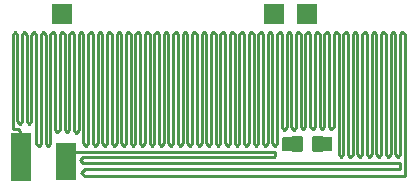
<source format=gbr>
%TF.GenerationSoftware,KiCad,Pcbnew,7.0.7*%
%TF.CreationDate,2024-04-09T13:36:58-07:00*%
%TF.ProjectId,Side B,53696465-2042-42e6-9b69-6361645f7063,rev?*%
%TF.SameCoordinates,Original*%
%TF.FileFunction,Copper,L1,Top*%
%TF.FilePolarity,Positive*%
%FSLAX46Y46*%
G04 Gerber Fmt 4.6, Leading zero omitted, Abs format (unit mm)*
G04 Created by KiCad (PCBNEW 7.0.7) date 2024-04-09 13:36:58*
%MOMM*%
%LPD*%
G01*
G04 APERTURE LIST*
G04 Aperture macros list*
%AMRoundRect*
0 Rectangle with rounded corners*
0 $1 Rounding radius*
0 $2 $3 $4 $5 $6 $7 $8 $9 X,Y pos of 4 corners*
0 Add a 4 corners polygon primitive as box body*
4,1,4,$2,$3,$4,$5,$6,$7,$8,$9,$2,$3,0*
0 Add four circle primitives for the rounded corners*
1,1,$1+$1,$2,$3*
1,1,$1+$1,$4,$5*
1,1,$1+$1,$6,$7*
1,1,$1+$1,$8,$9*
0 Add four rect primitives between the rounded corners*
20,1,$1+$1,$2,$3,$4,$5,0*
20,1,$1+$1,$4,$5,$6,$7,0*
20,1,$1+$1,$6,$7,$8,$9,0*
20,1,$1+$1,$8,$9,$2,$3,0*%
G04 Aperture macros list end*
%TA.AperFunction,SMDPad,CuDef*%
%ADD10RoundRect,0.250000X-0.262500X-0.450000X0.262500X-0.450000X0.262500X0.450000X-0.262500X0.450000X0*%
%TD*%
%TA.AperFunction,ComponentPad*%
%ADD11R,1.700000X1.700000*%
%TD*%
%TA.AperFunction,Conductor*%
%ADD12C,0.250000*%
%TD*%
G04 APERTURE END LIST*
D10*
%TO.P,R1,1*%
%TO.N,C1*%
X165650000Y-104650000D03*
%TO.P,R1,2*%
%TO.N,C2*%
X167475000Y-104650000D03*
%TD*%
D11*
%TO.P,J1,1,Pin_1*%
%TO.N,unconnected-(J1-Pin_1-Pad1)*%
X145800000Y-93650000D03*
%TD*%
%TO.P,J2,1,Pin_1*%
%TO.N,unconnected-(J2-Pin_1-Pad1)*%
X163700000Y-93650000D03*
%TD*%
%TO.P,J3,1,Pin_1*%
%TO.N,unconnected-(J3-Pin_1-Pad1)*%
X166500000Y-93650000D03*
%TD*%
D12*
%TO.N,12V*%
X143200000Y-102750000D02*
X143200000Y-95450000D01*
X142800000Y-95400000D02*
X142800000Y-102750000D01*
X143000000Y-102950000D02*
X143200000Y-102750000D01*
X142600000Y-95200000D02*
X142800000Y-95400000D01*
X142400000Y-95400000D02*
X142600000Y-95200000D01*
X142800000Y-102750000D02*
X143000000Y-102950000D01*
X142400000Y-102750000D02*
X142400000Y-95450000D01*
X142200000Y-102950000D02*
X142400000Y-102750000D01*
X142000000Y-95400000D02*
X142000000Y-102750000D01*
X141800000Y-95200000D02*
X142000000Y-95400000D01*
X141600000Y-103400000D02*
X141600000Y-95400000D01*
X142050000Y-103400000D02*
X141600000Y-103400000D01*
X142200000Y-103550000D02*
X142050000Y-103400000D01*
X141600000Y-95400000D02*
X141800000Y-95200000D01*
X142200000Y-104000000D02*
X142200000Y-103550000D01*
X142000000Y-102750000D02*
X142200000Y-102950000D01*
X163850000Y-105300000D02*
X146700000Y-105300000D01*
X163850000Y-105650000D02*
X163850000Y-105300000D01*
X147600000Y-105750000D02*
X163750000Y-105750000D01*
X147350000Y-106000000D02*
X147600000Y-105750000D01*
X147600000Y-106250000D02*
X147350000Y-106000000D01*
X174400000Y-106800000D02*
X174400000Y-106250000D01*
X147700000Y-106800000D02*
X174400000Y-106800000D01*
X174400000Y-106250000D02*
X147600000Y-106250000D01*
X147400000Y-107100000D02*
X147700000Y-106800000D01*
X147700000Y-107400000D02*
X147400000Y-107100000D01*
X174800000Y-107400000D02*
X147700000Y-107400000D01*
X174800000Y-95350000D02*
X174800000Y-107400000D01*
X174600000Y-95150000D02*
X174800000Y-95350000D01*
X174400000Y-95350000D02*
X174600000Y-95150000D01*
X174400000Y-105550000D02*
X174400000Y-95350000D01*
X174200000Y-105750000D02*
X174400000Y-105550000D01*
X174000000Y-105550000D02*
X174200000Y-105750000D01*
X163750000Y-105750000D02*
X163850000Y-105650000D01*
X174000000Y-95350000D02*
X174000000Y-105550000D01*
X173600000Y-105550000D02*
X173600000Y-95350000D01*
X173600000Y-95350000D02*
X173800000Y-95150000D01*
X173200000Y-105550000D02*
X173400000Y-105750000D01*
X173800000Y-95150000D02*
X174000000Y-95350000D01*
X173200000Y-95350000D02*
X173200000Y-105550000D01*
X173000000Y-95150000D02*
X173200000Y-95350000D01*
X172800000Y-95350000D02*
X173000000Y-95150000D01*
X173400000Y-105750000D02*
X173600000Y-105550000D01*
X147200000Y-103500000D02*
X147200000Y-95400000D01*
X147000000Y-103700000D02*
X147200000Y-103500000D01*
X146800000Y-95350000D02*
X146800000Y-103500000D01*
X146800000Y-103500000D02*
X147000000Y-103700000D01*
X146600000Y-95150000D02*
X146800000Y-95350000D01*
X146400000Y-95350000D02*
X146600000Y-95150000D01*
X145600000Y-103450000D02*
X145600000Y-95400000D01*
X145200000Y-95350000D02*
X145200000Y-103450000D01*
X145200000Y-103450000D02*
X145400000Y-103650000D01*
X145400000Y-103650000D02*
X145600000Y-103450000D01*
X145000000Y-95150000D02*
X145200000Y-95350000D01*
X144800000Y-95350000D02*
X145000000Y-95150000D01*
X146200000Y-103650000D02*
X146400000Y-103450000D01*
X146400000Y-103450000D02*
X146400000Y-95400000D01*
X146000000Y-95350000D02*
X146000000Y-103450000D01*
X145600000Y-95350000D02*
X145800000Y-95150000D01*
X145800000Y-95150000D02*
X146000000Y-95350000D01*
X146000000Y-103450000D02*
X146200000Y-103650000D01*
X160400000Y-95350000D02*
X160400000Y-104600000D01*
X148800000Y-95350000D02*
X149000000Y-95150000D01*
X165600000Y-103250000D02*
X165600000Y-95400000D01*
X151600000Y-95350000D02*
X151600000Y-104600000D01*
X151400000Y-95150000D02*
X151600000Y-95350000D01*
X172000000Y-105550000D02*
X172000000Y-95400000D01*
X148600000Y-104800000D02*
X148800000Y-104600000D01*
X162800000Y-95350000D02*
X162800000Y-104600000D01*
X164000000Y-104600000D02*
X164000000Y-95400000D01*
X172200000Y-95150000D02*
X172400000Y-95350000D01*
X153600000Y-104600000D02*
X153600000Y-95400000D01*
X169800000Y-95150000D02*
X170000000Y-95350000D01*
X162000000Y-104600000D02*
X162200000Y-104800000D01*
X162400000Y-95350000D02*
X162600000Y-95150000D01*
X156200000Y-95150000D02*
X156400000Y-95350000D01*
X161000000Y-95150000D02*
X161200000Y-95350000D01*
X165200000Y-95350000D02*
X165200000Y-103250000D01*
X147200000Y-95350000D02*
X147400000Y-95150000D01*
X171200000Y-105550000D02*
X171200000Y-95400000D01*
X155600000Y-95350000D02*
X155600000Y-104600000D01*
X152000000Y-104600000D02*
X152000000Y-95400000D01*
X166000000Y-103200000D02*
X166200000Y-103400000D01*
X165200000Y-103250000D02*
X165400000Y-103450000D01*
X154000000Y-104600000D02*
X154200000Y-104800000D01*
X169200000Y-105550000D02*
X169400000Y-105750000D01*
X155000000Y-104800000D02*
X155200000Y-104600000D01*
X155200000Y-95350000D02*
X155400000Y-95150000D01*
X163600000Y-95350000D02*
X163600000Y-104600000D01*
X170600000Y-95150000D02*
X170800000Y-95350000D01*
X168400000Y-103200000D02*
X168600000Y-103400000D01*
X168400000Y-95350000D02*
X168400000Y-103200000D01*
X152000000Y-95350000D02*
X152200000Y-95150000D01*
X156000000Y-104600000D02*
X156000000Y-95400000D01*
X160800000Y-95350000D02*
X161000000Y-95150000D01*
X154400000Y-95350000D02*
X154600000Y-95150000D01*
X161600000Y-95350000D02*
X161800000Y-95150000D01*
X152400000Y-95350000D02*
X152400000Y-104600000D01*
X169200000Y-95350000D02*
X169200000Y-105550000D01*
X159200000Y-95350000D02*
X159400000Y-95150000D01*
X151200000Y-95350000D02*
X151400000Y-95150000D01*
X143600000Y-95400000D02*
X143600000Y-104650000D01*
X157600000Y-95350000D02*
X157800000Y-95150000D01*
X144000000Y-95400000D02*
X144200000Y-95200000D01*
X155600000Y-104600000D02*
X155800000Y-104800000D01*
X168800000Y-103200000D02*
X168800000Y-95400000D01*
X163000000Y-104800000D02*
X163200000Y-104600000D01*
X143400000Y-95200000D02*
X143600000Y-95400000D01*
X150800000Y-95350000D02*
X150800000Y-104600000D01*
X153200000Y-104600000D02*
X153400000Y-104800000D01*
X160200000Y-95150000D02*
X160400000Y-95350000D01*
X148400000Y-104600000D02*
X148600000Y-104800000D01*
X166400000Y-103200000D02*
X166400000Y-95400000D01*
X161600000Y-104600000D02*
X161600000Y-95400000D01*
X163400000Y-95150000D02*
X163600000Y-95350000D01*
X165000000Y-95150000D02*
X165200000Y-95350000D01*
X168000000Y-95350000D02*
X168200000Y-95150000D01*
X171600000Y-95350000D02*
X171600000Y-105550000D01*
X152200000Y-95150000D02*
X152400000Y-95350000D01*
X159600000Y-95350000D02*
X159600000Y-104600000D01*
X163200000Y-95350000D02*
X163400000Y-95150000D01*
X157200000Y-104600000D02*
X157400000Y-104800000D01*
X165800000Y-95150000D02*
X166000000Y-95350000D01*
X160600000Y-104800000D02*
X160800000Y-104600000D01*
X158200000Y-104800000D02*
X158400000Y-104600000D01*
X166600000Y-95150000D02*
X166800000Y-95350000D01*
X164200000Y-95150000D02*
X164400000Y-95350000D01*
X159800000Y-104800000D02*
X160000000Y-104600000D01*
X171600000Y-105550000D02*
X171800000Y-105750000D01*
X155200000Y-104600000D02*
X155200000Y-95400000D01*
X169600000Y-95350000D02*
X169800000Y-95150000D01*
X148400000Y-95350000D02*
X148400000Y-104600000D01*
X154800000Y-104600000D02*
X155000000Y-104800000D01*
X158600000Y-95150000D02*
X158800000Y-95350000D01*
X157200000Y-95350000D02*
X157200000Y-104600000D01*
X143200000Y-95400000D02*
X143400000Y-95200000D01*
X160000000Y-104600000D02*
X160000000Y-95400000D01*
X162800000Y-104600000D02*
X163000000Y-104800000D01*
X172000000Y-95350000D02*
X172200000Y-95150000D01*
X158800000Y-95350000D02*
X158800000Y-104600000D01*
X143800000Y-104850000D02*
X144000000Y-104650000D01*
X161400000Y-104800000D02*
X161600000Y-104600000D01*
X154400000Y-104600000D02*
X154400000Y-95400000D01*
X163200000Y-104600000D02*
X163200000Y-95400000D01*
X172400000Y-95350000D02*
X172400000Y-105550000D01*
X149000000Y-95150000D02*
X149200000Y-95350000D01*
X157600000Y-104600000D02*
X157600000Y-95400000D01*
X149800000Y-95150000D02*
X150000000Y-95350000D01*
X164400000Y-103250000D02*
X164600000Y-103450000D01*
X170000000Y-95350000D02*
X170000000Y-105600000D01*
X157000000Y-95150000D02*
X157200000Y-95350000D01*
X161200000Y-104600000D02*
X161400000Y-104800000D01*
X168200000Y-95150000D02*
X168400000Y-95350000D01*
X154600000Y-95150000D02*
X154800000Y-95350000D01*
X163600000Y-104600000D02*
X163800000Y-104800000D01*
X164800000Y-103250000D02*
X164800000Y-95400000D01*
X159600000Y-104600000D02*
X159800000Y-104800000D01*
X156600000Y-104800000D02*
X156800000Y-104600000D01*
X170800000Y-95350000D02*
X170800000Y-105550000D01*
X168600000Y-103400000D02*
X168800000Y-103200000D01*
X150800000Y-104600000D02*
X151000000Y-104800000D01*
X156800000Y-104600000D02*
X156800000Y-95400000D01*
X151800000Y-104800000D02*
X152000000Y-104600000D01*
X166000000Y-95350000D02*
X166000000Y-103200000D01*
X163800000Y-104800000D02*
X164000000Y-104600000D01*
X152800000Y-104600000D02*
X152800000Y-95400000D01*
X168800000Y-95350000D02*
X169000000Y-95150000D01*
X167400000Y-95150000D02*
X167600000Y-95350000D01*
X159200000Y-104600000D02*
X159200000Y-95400000D01*
X153000000Y-95150000D02*
X153200000Y-95350000D01*
X162600000Y-95150000D02*
X162800000Y-95350000D01*
X167200000Y-103200000D02*
X167200000Y-95400000D01*
X143600000Y-104650000D02*
X143800000Y-104850000D01*
X144400000Y-104650000D02*
X144600000Y-104850000D01*
X158000000Y-95350000D02*
X158000000Y-104600000D01*
X149200000Y-104600000D02*
X149400000Y-104800000D01*
X161800000Y-95150000D02*
X162000000Y-95350000D01*
X167200000Y-95350000D02*
X167400000Y-95150000D01*
X154800000Y-95350000D02*
X154800000Y-104600000D01*
X150000000Y-95350000D02*
X150000000Y-104600000D01*
X147400000Y-95150000D02*
X147600000Y-95350000D01*
X150400000Y-104600000D02*
X150400000Y-95400000D01*
X147600000Y-104600000D02*
X147800000Y-104800000D01*
X151000000Y-104800000D02*
X151200000Y-104600000D01*
X149400000Y-104800000D02*
X149600000Y-104600000D01*
X170000000Y-105600000D02*
X170200000Y-105800000D01*
X165600000Y-95350000D02*
X165800000Y-95150000D01*
X168000000Y-103200000D02*
X168000000Y-95400000D01*
X149600000Y-95350000D02*
X149800000Y-95150000D01*
X167600000Y-103200000D02*
X167800000Y-103400000D01*
X156400000Y-104600000D02*
X156600000Y-104800000D01*
X158400000Y-104600000D02*
X158400000Y-95400000D01*
X162200000Y-104800000D02*
X162400000Y-104600000D01*
X161200000Y-95350000D02*
X161200000Y-104600000D01*
X153400000Y-104800000D02*
X153600000Y-104600000D01*
X149600000Y-104600000D02*
X149600000Y-95400000D01*
X151600000Y-104600000D02*
X151800000Y-104800000D01*
X144800000Y-104600000D02*
X144800000Y-95400000D01*
X170400000Y-105600000D02*
X170400000Y-95400000D01*
X167600000Y-95350000D02*
X167600000Y-103200000D01*
X152600000Y-104800000D02*
X152800000Y-104600000D01*
X166800000Y-95350000D02*
X166800000Y-103200000D01*
X151200000Y-104600000D02*
X151200000Y-95400000D01*
X169400000Y-105750000D02*
X169600000Y-105550000D01*
X153800000Y-95150000D02*
X154000000Y-95350000D01*
X165400000Y-103450000D02*
X165600000Y-103250000D01*
X155800000Y-104800000D02*
X156000000Y-104600000D01*
X166200000Y-103400000D02*
X166400000Y-103200000D01*
X160400000Y-104600000D02*
X160600000Y-104800000D01*
X166400000Y-95350000D02*
X166600000Y-95150000D01*
X154200000Y-104800000D02*
X154400000Y-104600000D01*
X148800000Y-104600000D02*
X148800000Y-95400000D01*
X171800000Y-105750000D02*
X172000000Y-105550000D01*
X170400000Y-95350000D02*
X170600000Y-95150000D01*
X157800000Y-95150000D02*
X158000000Y-95350000D01*
X150200000Y-104800000D02*
X150400000Y-104600000D01*
X160000000Y-95350000D02*
X160200000Y-95150000D01*
X144000000Y-104650000D02*
X144000000Y-95450000D01*
X170200000Y-105800000D02*
X170400000Y-105600000D01*
X153200000Y-95350000D02*
X153200000Y-104600000D01*
X152400000Y-104600000D02*
X152600000Y-104800000D01*
X169000000Y-95150000D02*
X169200000Y-95350000D01*
X159000000Y-104800000D02*
X159200000Y-104600000D01*
X144400000Y-95400000D02*
X144400000Y-104650000D01*
X162000000Y-95350000D02*
X162000000Y-104600000D01*
X149200000Y-95350000D02*
X149200000Y-104600000D01*
X158000000Y-104600000D02*
X158200000Y-104800000D01*
X144600000Y-104850000D02*
X144800000Y-104650000D01*
X144200000Y-95200000D02*
X144400000Y-95400000D01*
X170800000Y-105550000D02*
X171000000Y-105750000D01*
X172600000Y-105750000D02*
X172800000Y-105550000D01*
X148200000Y-95150000D02*
X148400000Y-95350000D01*
X169600000Y-105550000D02*
X169600000Y-95400000D01*
X157400000Y-104800000D02*
X157600000Y-104600000D01*
X154000000Y-95350000D02*
X154000000Y-104600000D01*
X171000000Y-105750000D02*
X171200000Y-105550000D01*
X171400000Y-95150000D02*
X171600000Y-95350000D01*
X153600000Y-95350000D02*
X153800000Y-95150000D01*
X172800000Y-105550000D02*
X172800000Y-95400000D01*
X148000000Y-104600000D02*
X148000000Y-95400000D01*
X147800000Y-104800000D02*
X148000000Y-104600000D01*
X156000000Y-95350000D02*
X156200000Y-95150000D01*
X162400000Y-104600000D02*
X162400000Y-95400000D01*
X156800000Y-95350000D02*
X157000000Y-95150000D01*
X164800000Y-95350000D02*
X165000000Y-95150000D01*
X159400000Y-95150000D02*
X159600000Y-95350000D01*
X167000000Y-103400000D02*
X167200000Y-103200000D01*
X160800000Y-104600000D02*
X160800000Y-95400000D01*
X152800000Y-95350000D02*
X153000000Y-95150000D01*
X164000000Y-95350000D02*
X164200000Y-95150000D01*
X158400000Y-95350000D02*
X158600000Y-95150000D01*
X164400000Y-95350000D02*
X164400000Y-103250000D01*
X166800000Y-103200000D02*
X167000000Y-103400000D01*
X155400000Y-95150000D02*
X155600000Y-95350000D01*
X156400000Y-95350000D02*
X156400000Y-104600000D01*
X172400000Y-105550000D02*
X172600000Y-105750000D01*
X171200000Y-95350000D02*
X171400000Y-95150000D01*
X167800000Y-103400000D02*
X168000000Y-103200000D01*
X150600000Y-95150000D02*
X150800000Y-95350000D01*
X150000000Y-104600000D02*
X150200000Y-104800000D01*
X158800000Y-104600000D02*
X159000000Y-104800000D01*
X150400000Y-95350000D02*
X150600000Y-95150000D01*
X148000000Y-95350000D02*
X148200000Y-95150000D01*
X147600000Y-95350000D02*
X147600000Y-104600000D01*
X164600000Y-103450000D02*
X164800000Y-103250000D01*
%TD*%
%TA.AperFunction,Conductor*%
%TO.N,C1*%
G36*
X165445899Y-104104101D02*
G01*
X165450000Y-104114000D01*
X165450000Y-105236000D01*
X165445899Y-105245899D01*
X165436000Y-105250000D01*
X164464000Y-105250000D01*
X164454101Y-105245899D01*
X164450000Y-105236000D01*
X164450000Y-104114000D01*
X164454101Y-104104101D01*
X164464000Y-104100000D01*
X165436000Y-104100000D01*
X165445899Y-104104101D01*
G37*
%TD.AperFunction*%
%TD*%
%TA.AperFunction,Conductor*%
%TO.N,12V*%
G36*
X143145899Y-103704101D02*
G01*
X143150000Y-103714000D01*
X143150000Y-107785500D01*
X143145899Y-107795399D01*
X143136000Y-107799500D01*
X141514000Y-107799500D01*
X141504101Y-107795399D01*
X141500000Y-107785500D01*
X141500000Y-103714000D01*
X141504101Y-103704101D01*
X141514000Y-103700000D01*
X143136000Y-103700000D01*
X143145899Y-103704101D01*
G37*
%TD.AperFunction*%
%TD*%
%TA.AperFunction,Conductor*%
%TO.N,C2*%
G36*
X168645899Y-104104101D02*
G01*
X168650000Y-104114000D01*
X168650000Y-105236000D01*
X168645899Y-105245899D01*
X168636000Y-105250000D01*
X167764000Y-105250000D01*
X167754101Y-105245899D01*
X167750000Y-105236000D01*
X167750000Y-104114000D01*
X167754101Y-104104101D01*
X167764000Y-104100000D01*
X168636000Y-104100000D01*
X168645899Y-104104101D01*
G37*
%TD.AperFunction*%
%TD*%
%TA.AperFunction,Conductor*%
%TO.N,12V*%
G36*
X146945899Y-104554101D02*
G01*
X146950000Y-104564000D01*
X146950000Y-107736000D01*
X146945899Y-107745899D01*
X146936000Y-107750000D01*
X145314000Y-107750000D01*
X145304101Y-107745899D01*
X145300000Y-107736000D01*
X145300000Y-104564000D01*
X145304101Y-104554101D01*
X145314000Y-104550000D01*
X146936000Y-104550000D01*
X146945899Y-104554101D01*
G37*
%TD.AperFunction*%
%TD*%
M02*

</source>
